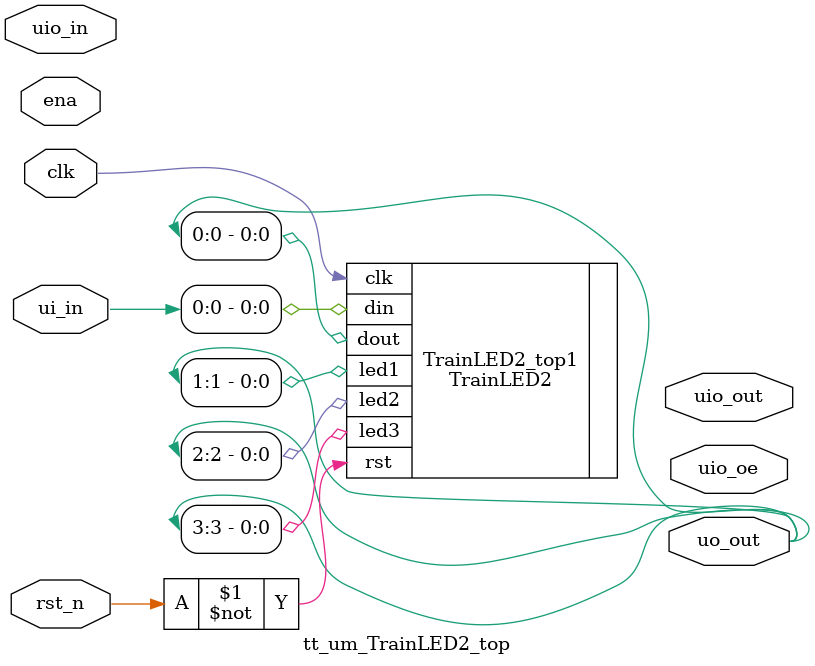
<source format=v>
module tt_um_TrainLED2_top(
  input wire [7:0] ui_in, // Dedicated inputs
  output wire [7:0] uo_out, // Dedicated outputs
  input wire [7:0] uio_in, // IOs: Input path
  output wire [7:0] uio_out, // IOs: Output path
  output wire [7:0] uio_oe, // IOs: Output enable path (active high 0=input, 1=output)
  input wire ena,
  input wire clk,
  input wire rst_n
);

// Instance 1
TrainLED2 TrainLED2_top1 (
  .clk(clk),
  .rst(~rst_n),
  .din(ui_in[0]),
  .dout(uo_out[0]),
  .led1(uo_out[1]),
  .led2(uo_out[2]),
  .led3(uo_out[3])
  );

// Instance 2 - Requires an additionall tile
// TrainLED2 TrainLED2_top2 (
//   .clk(clk),
//   .rst(~rst_n),
//   .din(uio_in[1]),
//   .dout(uio_out[4]),
//   .led1(uio_out[5]),
//   .led2(uio_out[6]),
//   .led3(uio_out[7])
//   );

endmodule
</source>
